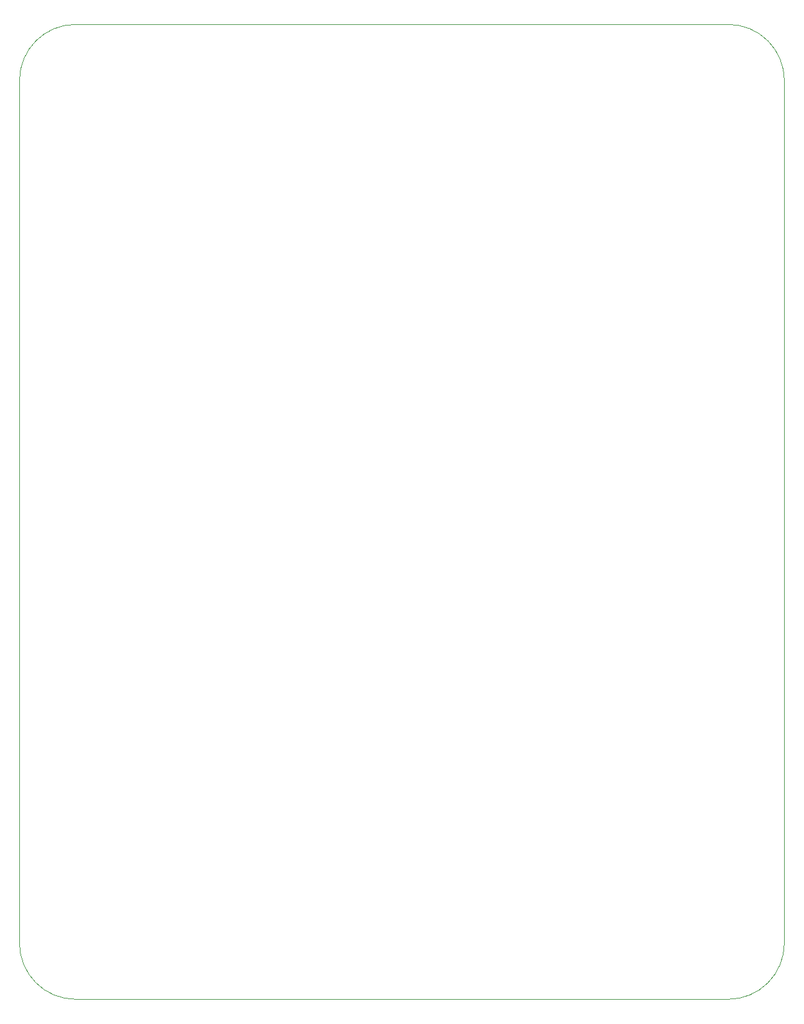
<source format=gbr>
%TF.GenerationSoftware,KiCad,Pcbnew,(6.0.4-0)*%
%TF.CreationDate,2022-04-10T17:45:34-05:00*%
%TF.ProjectId,Ampeater,416d7065-6174-4657-922e-6b696361645f,rev?*%
%TF.SameCoordinates,Original*%
%TF.FileFunction,Profile,NP*%
%FSLAX46Y46*%
G04 Gerber Fmt 4.6, Leading zero omitted, Abs format (unit mm)*
G04 Created by KiCad (PCBNEW (6.0.4-0)) date 2022-04-10 17:45:34*
%MOMM*%
%LPD*%
G01*
G04 APERTURE LIST*
%TA.AperFunction,Profile*%
%ADD10C,0.100000*%
%TD*%
G04 APERTURE END LIST*
D10*
X73152000Y-147320000D02*
G75*
G03*
X80772000Y-154940000I7619999J-1D01*
G01*
X169672000Y-154940000D02*
G75*
G03*
X177292000Y-147320000I1J7619999D01*
G01*
X177292000Y-29972000D02*
G75*
G03*
X169672000Y-22352000I-7619999J1D01*
G01*
X80772000Y-22352000D02*
G75*
G03*
X73152000Y-29972000I0J-7620000D01*
G01*
X73152000Y-29972000D02*
X73152000Y-147320000D01*
X177292000Y-147320000D02*
X177292000Y-29972000D01*
X80772000Y-154940000D02*
X169672000Y-154940000D01*
X169672000Y-22352000D02*
X80772000Y-22352000D01*
M02*

</source>
